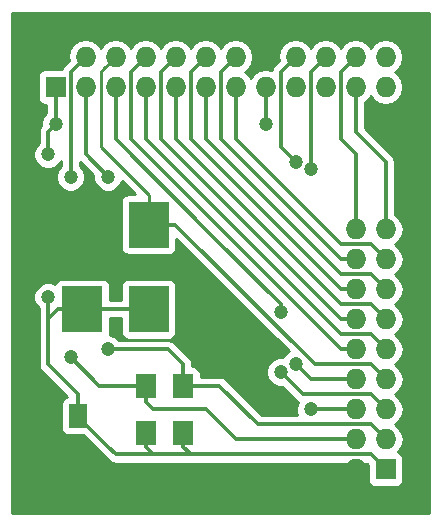
<source format=gbr>
G04 #@! TF.FileFunction,Copper,L2,Bot,Signal*
%FSLAX46Y46*%
G04 Gerber Fmt 4.6, Leading zero omitted, Abs format (unit mm)*
G04 Created by KiCad (PCBNEW (2015-03-23 BZR 5533)-product) date Mon 17 Aug 2015 16:01:52 SAST*
%MOMM*%
G01*
G04 APERTURE LIST*
%ADD10C,0.100000*%
%ADD11R,1.600000X2.000000*%
%ADD12R,1.727200X1.727200*%
%ADD13O,1.727200X1.727200*%
%ADD14R,1.700000X2.000000*%
%ADD15R,3.400000X3.860000*%
%ADD16C,1.200000*%
%ADD17C,0.300000*%
%ADD18C,0.250000*%
%ADD19C,0.254000*%
G04 APERTURE END LIST*
D10*
D11*
X83820000Y-109125000D03*
X83820000Y-113125000D03*
D12*
X81915000Y-81280000D03*
D13*
X81915000Y-78740000D03*
X84455000Y-81280000D03*
X84455000Y-78740000D03*
X86995000Y-81280000D03*
X86995000Y-78740000D03*
X89535000Y-81280000D03*
X89535000Y-78740000D03*
X92075000Y-81280000D03*
X92075000Y-78740000D03*
X94615000Y-81280000D03*
X94615000Y-78740000D03*
X97155000Y-81280000D03*
X97155000Y-78740000D03*
X99695000Y-81280000D03*
X99695000Y-78740000D03*
X102235000Y-81280000D03*
X102235000Y-78740000D03*
X104775000Y-81280000D03*
X104775000Y-78740000D03*
X107315000Y-81280000D03*
X107315000Y-78740000D03*
X109855000Y-81280000D03*
X109855000Y-78740000D03*
D12*
X109855000Y-113665000D03*
D13*
X107315000Y-113665000D03*
X109855000Y-111125000D03*
X107315000Y-111125000D03*
X109855000Y-108585000D03*
X107315000Y-108585000D03*
X109855000Y-106045000D03*
X107315000Y-106045000D03*
X109855000Y-103505000D03*
X107315000Y-103505000D03*
X109855000Y-100965000D03*
X107315000Y-100965000D03*
X109855000Y-98425000D03*
X107315000Y-98425000D03*
X109855000Y-95885000D03*
X107315000Y-95885000D03*
X109855000Y-93345000D03*
X107315000Y-93345000D03*
D14*
X92710000Y-110585000D03*
X92710000Y-106585000D03*
X89535000Y-110585000D03*
X89535000Y-106585000D03*
D15*
X84195000Y-100100000D03*
X84195000Y-92940000D03*
X89795000Y-92940000D03*
X89795000Y-100100000D03*
D16*
X99695000Y-84455000D03*
X81915000Y-84455000D03*
X81280000Y-86995000D03*
X81280000Y-99060000D03*
X86360000Y-88900000D03*
X86360000Y-103505000D03*
X83185000Y-88900000D03*
X83185000Y-104140000D03*
X100965000Y-100330000D03*
X100965000Y-105410000D03*
X102235000Y-87630000D03*
X102235000Y-104775000D03*
X103505000Y-88265000D03*
X103505000Y-108585000D03*
D17*
X83820000Y-109220000D02*
X86360000Y-111760000D01*
X87630000Y-112395000D02*
X86995000Y-112395000D01*
X87630000Y-112395000D02*
X90170000Y-112395000D01*
X86995000Y-112395000D02*
X86360000Y-111760000D01*
X83820000Y-109220000D02*
X83820000Y-109125000D01*
X87630000Y-100100000D02*
X89795000Y-100100000D01*
X84195000Y-100100000D02*
X87630000Y-100100000D01*
X87630000Y-100100000D02*
X87860000Y-100100000D01*
X88265000Y-99695000D02*
X89795000Y-100100000D01*
X82145000Y-100100000D02*
X84195000Y-100100000D01*
X81280000Y-100965000D02*
X82145000Y-100100000D01*
X90170000Y-112395000D02*
X89535000Y-111760000D01*
X89535000Y-111760000D02*
X89535000Y-110585000D01*
X94615000Y-112395000D02*
X93345000Y-112395000D01*
X92710000Y-111760000D02*
X92710000Y-110585000D01*
X93345000Y-112395000D02*
X92710000Y-111760000D01*
X81915000Y-84455000D02*
X81915000Y-81280000D01*
X109855000Y-113665000D02*
X108585000Y-112395000D01*
X108585000Y-112395000D02*
X94615000Y-112395000D01*
X94615000Y-112395000D02*
X90170000Y-112395000D01*
D18*
X83965000Y-100330000D02*
X84195000Y-100100000D01*
D17*
X99695000Y-84455000D02*
X99695000Y-81280000D01*
X81280000Y-100965000D02*
X81280000Y-99060000D01*
X81280000Y-85090000D02*
X81915000Y-84455000D01*
X81280000Y-86995000D02*
X81280000Y-85090000D01*
X83820000Y-107315000D02*
X81280000Y-104775000D01*
X81280000Y-104775000D02*
X81280000Y-103505000D01*
X81280000Y-103505000D02*
X81280000Y-102235000D01*
X81280000Y-101600000D02*
X81280000Y-100965000D01*
X81280000Y-102235000D02*
X81280000Y-101600000D01*
X83820000Y-109125000D02*
X83820000Y-107315000D01*
X81915000Y-78740000D02*
X80645000Y-78740000D01*
X80010000Y-80645000D02*
X80010000Y-95885000D01*
X80010000Y-79375000D02*
X80010000Y-80645000D01*
X80645000Y-78740000D02*
X80010000Y-79375000D01*
X81915000Y-78740000D02*
X81915000Y-77470000D01*
X99695000Y-77470000D02*
X99060000Y-76835000D01*
X99060000Y-76835000D02*
X97790000Y-76835000D01*
X99695000Y-77470000D02*
X99695000Y-78740000D01*
X82550000Y-76835000D02*
X97790000Y-76835000D01*
X81915000Y-77470000D02*
X82550000Y-76835000D01*
X80010000Y-95885000D02*
X80010000Y-93980000D01*
X80010000Y-93980000D02*
X81050000Y-92940000D01*
X81050000Y-92940000D02*
X84195000Y-92940000D01*
X83820000Y-114935000D02*
X83820000Y-113125000D01*
X106045000Y-114935000D02*
X83820000Y-114935000D01*
X83820000Y-114935000D02*
X83185000Y-114935000D01*
X80010000Y-95885000D02*
X80010000Y-113030000D01*
X80010000Y-113030000D02*
X81915000Y-114935000D01*
X81915000Y-114935000D02*
X83185000Y-114935000D01*
X106045000Y-114935000D02*
X107315000Y-113665000D01*
X109855000Y-111125000D02*
X108585000Y-109855000D01*
X95790000Y-106585000D02*
X92710000Y-106585000D01*
X99060000Y-109855000D02*
X95790000Y-106585000D01*
X108585000Y-109855000D02*
X99060000Y-109855000D01*
X84455000Y-86995000D02*
X84455000Y-81280000D01*
X84455000Y-86995000D02*
X86360000Y-88900000D01*
X92710000Y-106585000D02*
X92710000Y-104775000D01*
X91440000Y-103505000D02*
X92710000Y-104775000D01*
X86360000Y-103505000D02*
X91440000Y-103505000D01*
X107315000Y-111125000D02*
X97155000Y-111125000D01*
X89535000Y-107950000D02*
X89535000Y-106585000D01*
X90170000Y-108585000D02*
X89535000Y-107950000D01*
X94615000Y-108585000D02*
X90170000Y-108585000D01*
X97155000Y-111125000D02*
X94615000Y-108585000D01*
X85630000Y-106585000D02*
X89535000Y-106585000D01*
X83185000Y-80010000D02*
X83185000Y-88900000D01*
X84455000Y-78740000D02*
X83185000Y-80010000D01*
X85630000Y-106585000D02*
X83185000Y-104140000D01*
X95250000Y-93980000D02*
X100965000Y-99695000D01*
X95250000Y-93980000D02*
X86995000Y-85725000D01*
X86995000Y-85725000D02*
X86995000Y-81280000D01*
X100965000Y-105410000D02*
X102870000Y-107315000D01*
X100965000Y-99695000D02*
X100965000Y-100330000D01*
X108585000Y-107315000D02*
X102870000Y-107315000D01*
X109855000Y-108585000D02*
X108585000Y-107315000D01*
D18*
X85725000Y-84455000D02*
X85725000Y-86360000D01*
X86995000Y-78740000D02*
X86042500Y-79692500D01*
X85725000Y-80010000D02*
X85725000Y-84455000D01*
X86042500Y-79692500D02*
X85725000Y-80010000D01*
X89795000Y-90430000D02*
X89795000Y-92940000D01*
X85725000Y-86360000D02*
X89795000Y-90430000D01*
D17*
X103886000Y-104775000D02*
X92051000Y-92940000D01*
X92051000Y-92940000D02*
X89795000Y-92940000D01*
X109855000Y-106045000D02*
X108585000Y-104775000D01*
X108585000Y-104775000D02*
X105410000Y-104775000D01*
X105410000Y-104775000D02*
X104140000Y-104775000D01*
X104140000Y-104775000D02*
X103886000Y-104775000D01*
X89535000Y-81280000D02*
X89535000Y-85725000D01*
X108585000Y-102235000D02*
X109855000Y-103505000D01*
X106045000Y-102235000D02*
X108585000Y-102235000D01*
X89535000Y-85725000D02*
X106045000Y-102235000D01*
X107315000Y-103505000D02*
X106045000Y-103505000D01*
X88265000Y-80010000D02*
X89535000Y-78740000D01*
X88265000Y-85725000D02*
X88265000Y-80010000D01*
X106045000Y-103505000D02*
X88265000Y-85725000D01*
X92075000Y-81280000D02*
X92075000Y-85725000D01*
X108585000Y-99695000D02*
X109855000Y-100965000D01*
X106045000Y-99695000D02*
X108585000Y-99695000D01*
X92075000Y-85725000D02*
X106045000Y-99695000D01*
X107315000Y-100965000D02*
X106045000Y-100965000D01*
X90805000Y-80010000D02*
X92075000Y-78740000D01*
X90805000Y-85725000D02*
X90805000Y-80010000D01*
X106045000Y-100965000D02*
X90805000Y-85725000D01*
X94615000Y-81280000D02*
X94615000Y-85725000D01*
X108585000Y-97155000D02*
X109855000Y-98425000D01*
X106045000Y-97155000D02*
X108585000Y-97155000D01*
X94615000Y-85725000D02*
X106045000Y-97155000D01*
X107315000Y-98425000D02*
X106045000Y-98425000D01*
X93345000Y-80010000D02*
X94615000Y-78740000D01*
X93345000Y-85725000D02*
X93345000Y-80010000D01*
X106045000Y-98425000D02*
X93345000Y-85725000D01*
X97155000Y-81280000D02*
X97155000Y-85725000D01*
X108585000Y-94615000D02*
X109855000Y-95885000D01*
X106045000Y-94615000D02*
X108585000Y-94615000D01*
X97155000Y-85725000D02*
X106045000Y-94615000D01*
X107315000Y-95885000D02*
X106045000Y-95885000D01*
X95885000Y-80010000D02*
X97155000Y-78740000D01*
X95885000Y-85725000D02*
X95885000Y-80010000D01*
X106045000Y-95885000D02*
X95885000Y-85725000D01*
D18*
X107315000Y-95885000D02*
X106680000Y-95885000D01*
D17*
X104775000Y-106045000D02*
X103505000Y-106045000D01*
X102235000Y-87630000D02*
X100965000Y-86360000D01*
X100965000Y-86360000D02*
X100965000Y-80010000D01*
X100965000Y-80010000D02*
X102235000Y-78740000D01*
X107315000Y-106045000D02*
X104775000Y-106045000D01*
X103505000Y-106045000D02*
X102235000Y-104775000D01*
X103505000Y-108585000D02*
X107315000Y-108585000D01*
X103505000Y-88265000D02*
X103505000Y-80010000D01*
X104775000Y-78740000D02*
X103505000Y-80010000D01*
X109855000Y-93345000D02*
X109855000Y-87630000D01*
X107315000Y-85090000D02*
X107315000Y-81280000D01*
X109855000Y-87630000D02*
X107315000Y-85090000D01*
X107315000Y-93345000D02*
X107315000Y-86995000D01*
X106045000Y-80010000D02*
X107315000Y-78740000D01*
X106045000Y-85725000D02*
X106045000Y-80010000D01*
X107315000Y-86995000D02*
X106045000Y-85725000D01*
D19*
G36*
X113538000Y-117348000D02*
X111382959Y-117348000D01*
X111382959Y-111125000D01*
X111268885Y-110551511D01*
X110944029Y-110065330D01*
X110629248Y-109855000D01*
X110944029Y-109644670D01*
X111268885Y-109158489D01*
X111382959Y-108585000D01*
X111268885Y-108011511D01*
X110944029Y-107525330D01*
X110629248Y-107315000D01*
X110944029Y-107104670D01*
X111268885Y-106618489D01*
X111382959Y-106045000D01*
X111268885Y-105471511D01*
X110944029Y-104985330D01*
X110629248Y-104775000D01*
X110944029Y-104564670D01*
X111268885Y-104078489D01*
X111382959Y-103505000D01*
X111268885Y-102931511D01*
X110944029Y-102445330D01*
X110629248Y-102235000D01*
X110944029Y-102024670D01*
X111268885Y-101538489D01*
X111382959Y-100965000D01*
X111268885Y-100391511D01*
X110944029Y-99905330D01*
X110629248Y-99695000D01*
X110944029Y-99484670D01*
X111268885Y-98998489D01*
X111382959Y-98425000D01*
X111268885Y-97851511D01*
X110944029Y-97365330D01*
X110629248Y-97155000D01*
X110944029Y-96944670D01*
X111268885Y-96458489D01*
X111382959Y-95885000D01*
X111268885Y-95311511D01*
X110944029Y-94825330D01*
X110629248Y-94615000D01*
X110944029Y-94404670D01*
X111268885Y-93918489D01*
X111382959Y-93345000D01*
X111268885Y-92771511D01*
X110944029Y-92285330D01*
X110640000Y-92082184D01*
X110640000Y-87630000D01*
X110580245Y-87329594D01*
X110580244Y-87329593D01*
X110410079Y-87074921D01*
X108100000Y-84764842D01*
X108100000Y-82552557D01*
X108374670Y-82369029D01*
X108585000Y-82054248D01*
X108795330Y-82369029D01*
X109281511Y-82693885D01*
X109855000Y-82807959D01*
X110428489Y-82693885D01*
X110914670Y-82369029D01*
X111239526Y-81882848D01*
X111353600Y-81309359D01*
X111353600Y-81250641D01*
X111239526Y-80677152D01*
X110914670Y-80190971D01*
X110643827Y-80010000D01*
X110914670Y-79829029D01*
X111239526Y-79342848D01*
X111353600Y-78769359D01*
X111353600Y-78710641D01*
X111239526Y-78137152D01*
X110914670Y-77650971D01*
X110428489Y-77326115D01*
X109855000Y-77212041D01*
X109281511Y-77326115D01*
X108795330Y-77650971D01*
X108585000Y-77965751D01*
X108374670Y-77650971D01*
X107888489Y-77326115D01*
X107315000Y-77212041D01*
X106741511Y-77326115D01*
X106255330Y-77650971D01*
X106045000Y-77965751D01*
X105834670Y-77650971D01*
X105348489Y-77326115D01*
X104775000Y-77212041D01*
X104201511Y-77326115D01*
X103715330Y-77650971D01*
X103505000Y-77965751D01*
X103294670Y-77650971D01*
X102808489Y-77326115D01*
X102235000Y-77212041D01*
X101661511Y-77326115D01*
X101175330Y-77650971D01*
X100850474Y-78137152D01*
X100736400Y-78710641D01*
X100736400Y-78769359D01*
X100795975Y-79068866D01*
X100409921Y-79454921D01*
X100239755Y-79709593D01*
X100210899Y-79854659D01*
X99695000Y-79752041D01*
X99121511Y-79866115D01*
X98635330Y-80190971D01*
X98425000Y-80505751D01*
X98214670Y-80190971D01*
X97943827Y-80010000D01*
X98214670Y-79829029D01*
X98539526Y-79342848D01*
X98653600Y-78769359D01*
X98653600Y-78710641D01*
X98539526Y-78137152D01*
X98214670Y-77650971D01*
X97728489Y-77326115D01*
X97155000Y-77212041D01*
X96581511Y-77326115D01*
X96095330Y-77650971D01*
X95885000Y-77965751D01*
X95674670Y-77650971D01*
X95188489Y-77326115D01*
X94615000Y-77212041D01*
X94041511Y-77326115D01*
X93555330Y-77650971D01*
X93345000Y-77965751D01*
X93134670Y-77650971D01*
X92648489Y-77326115D01*
X92075000Y-77212041D01*
X91501511Y-77326115D01*
X91015330Y-77650971D01*
X90805000Y-77965751D01*
X90594670Y-77650971D01*
X90108489Y-77326115D01*
X89535000Y-77212041D01*
X88961511Y-77326115D01*
X88475330Y-77650971D01*
X88265000Y-77965751D01*
X88054670Y-77650971D01*
X87568489Y-77326115D01*
X86995000Y-77212041D01*
X86421511Y-77326115D01*
X85935330Y-77650971D01*
X85725000Y-77965751D01*
X85514670Y-77650971D01*
X85028489Y-77326115D01*
X84455000Y-77212041D01*
X83881511Y-77326115D01*
X83395330Y-77650971D01*
X83070474Y-78137152D01*
X82956400Y-78710641D01*
X82956400Y-78769359D01*
X83015975Y-79068866D01*
X82629921Y-79454921D01*
X82459755Y-79709593D01*
X82447946Y-79768960D01*
X81051400Y-79768960D01*
X80809277Y-79815937D01*
X80596473Y-79955727D01*
X80454023Y-80166760D01*
X80403960Y-80416400D01*
X80403960Y-82143600D01*
X80450937Y-82385723D01*
X80590727Y-82598527D01*
X80801760Y-82740977D01*
X81051400Y-82791040D01*
X81130000Y-82791040D01*
X81130000Y-83493600D01*
X80868629Y-83754515D01*
X80680215Y-84208266D01*
X80679870Y-84602343D01*
X80554755Y-84789593D01*
X80495000Y-85090000D01*
X80495000Y-86033600D01*
X80233629Y-86294515D01*
X80045215Y-86748266D01*
X80044786Y-87239579D01*
X80232408Y-87693657D01*
X80579515Y-88041371D01*
X81033266Y-88229785D01*
X81524579Y-88230214D01*
X81978657Y-88042592D01*
X82326371Y-87695485D01*
X82400000Y-87518166D01*
X82400000Y-87938600D01*
X82138629Y-88199515D01*
X81950215Y-88653266D01*
X81949786Y-89144579D01*
X82137408Y-89598657D01*
X82484515Y-89946371D01*
X82938266Y-90134785D01*
X83429579Y-90135214D01*
X83883657Y-89947592D01*
X84231371Y-89600485D01*
X84419785Y-89146734D01*
X84420214Y-88655421D01*
X84232592Y-88201343D01*
X83970000Y-87938291D01*
X83970000Y-87620158D01*
X85125108Y-88775266D01*
X85124786Y-89144579D01*
X85312408Y-89598657D01*
X85659515Y-89946371D01*
X86113266Y-90134785D01*
X86604579Y-90135214D01*
X87058657Y-89947592D01*
X87406371Y-89600485D01*
X87548470Y-89258272D01*
X88652758Y-90362560D01*
X88095000Y-90362560D01*
X87852877Y-90409537D01*
X87640073Y-90549327D01*
X87497623Y-90760360D01*
X87447560Y-91010000D01*
X87447560Y-94870000D01*
X87494537Y-95112123D01*
X87634327Y-95324927D01*
X87845360Y-95467377D01*
X88095000Y-95517440D01*
X91495000Y-95517440D01*
X91737123Y-95470463D01*
X91949927Y-95330673D01*
X92092377Y-95119640D01*
X92142440Y-94870000D01*
X92142440Y-94141597D01*
X101672140Y-103671297D01*
X101536343Y-103727408D01*
X101188629Y-104074515D01*
X101146838Y-104175158D01*
X100720421Y-104174786D01*
X100266343Y-104362408D01*
X99918629Y-104709515D01*
X99730215Y-105163266D01*
X99729786Y-105654579D01*
X99917408Y-106108657D01*
X100264515Y-106456371D01*
X100718266Y-106644785D01*
X101089951Y-106645109D01*
X102314921Y-107870079D01*
X102432109Y-107948381D01*
X102270215Y-108338266D01*
X102269786Y-108829579D01*
X102369126Y-109070000D01*
X99385157Y-109070000D01*
X96345079Y-106029921D01*
X96090407Y-105859755D01*
X95790000Y-105800000D01*
X94207440Y-105800000D01*
X94207440Y-105585000D01*
X94160463Y-105342877D01*
X94020673Y-105130073D01*
X93809640Y-104987623D01*
X93560000Y-104937560D01*
X93495000Y-104937560D01*
X93495000Y-104775000D01*
X93435245Y-104474594D01*
X93435245Y-104474593D01*
X93265079Y-104219921D01*
X91995079Y-102949921D01*
X91740407Y-102779755D01*
X91440000Y-102720000D01*
X87321399Y-102720000D01*
X87060485Y-102458629D01*
X86606734Y-102270215D01*
X86494286Y-102270116D01*
X86542440Y-102030000D01*
X86542440Y-100885000D01*
X87447560Y-100885000D01*
X87447560Y-102030000D01*
X87494537Y-102272123D01*
X87634327Y-102484927D01*
X87845360Y-102627377D01*
X88095000Y-102677440D01*
X91495000Y-102677440D01*
X91737123Y-102630463D01*
X91949927Y-102490673D01*
X92092377Y-102279640D01*
X92142440Y-102030000D01*
X92142440Y-98170000D01*
X92095463Y-97927877D01*
X91955673Y-97715073D01*
X91744640Y-97572623D01*
X91495000Y-97522560D01*
X88095000Y-97522560D01*
X87852877Y-97569537D01*
X87640073Y-97709327D01*
X87497623Y-97920360D01*
X87447560Y-98170000D01*
X87447560Y-99315000D01*
X86542440Y-99315000D01*
X86542440Y-98170000D01*
X86495463Y-97927877D01*
X86355673Y-97715073D01*
X86144640Y-97572623D01*
X85895000Y-97522560D01*
X82495000Y-97522560D01*
X82252877Y-97569537D01*
X82040073Y-97709327D01*
X81897623Y-97920360D01*
X81886726Y-97974696D01*
X81526734Y-97825215D01*
X81035421Y-97824786D01*
X80581343Y-98012408D01*
X80233629Y-98359515D01*
X80045215Y-98813266D01*
X80044786Y-99304579D01*
X80232408Y-99758657D01*
X80495000Y-100021708D01*
X80495000Y-100965000D01*
X80495000Y-101600000D01*
X80495000Y-102235000D01*
X80495000Y-103505000D01*
X80495000Y-104775000D01*
X80554755Y-105075407D01*
X80724921Y-105330079D01*
X82896385Y-107501543D01*
X82777877Y-107524537D01*
X82565073Y-107664327D01*
X82422623Y-107875360D01*
X82372560Y-108125000D01*
X82372560Y-110125000D01*
X82419537Y-110367123D01*
X82559327Y-110579927D01*
X82770360Y-110722377D01*
X83020000Y-110772440D01*
X84262282Y-110772440D01*
X85804921Y-112315079D01*
X86439921Y-112950079D01*
X86694594Y-113120245D01*
X86995000Y-113180001D01*
X86995000Y-113180000D01*
X86995005Y-113180000D01*
X87630000Y-113180000D01*
X90169994Y-113180000D01*
X90170000Y-113180001D01*
X90170000Y-113180000D01*
X90170005Y-113180000D01*
X93344994Y-113180000D01*
X93345000Y-113180001D01*
X93345000Y-113180000D01*
X93345005Y-113180000D01*
X94615000Y-113180000D01*
X108259842Y-113180000D01*
X108343960Y-113264118D01*
X108343960Y-114528600D01*
X108390937Y-114770723D01*
X108530727Y-114983527D01*
X108741760Y-115125977D01*
X108991400Y-115176040D01*
X110718600Y-115176040D01*
X110960723Y-115129063D01*
X111173527Y-114989273D01*
X111315977Y-114778240D01*
X111366040Y-114528600D01*
X111366040Y-112801400D01*
X111319063Y-112559277D01*
X111179273Y-112346473D01*
X110968240Y-112204023D01*
X110927340Y-112195820D01*
X110944029Y-112184670D01*
X111268885Y-111698489D01*
X111382959Y-111125000D01*
X111382959Y-117348000D01*
X78232000Y-117348000D01*
X78232000Y-75057000D01*
X113538000Y-75057000D01*
X113538000Y-117348000D01*
X113538000Y-117348000D01*
G37*
X113538000Y-117348000D02*
X111382959Y-117348000D01*
X111382959Y-111125000D01*
X111268885Y-110551511D01*
X110944029Y-110065330D01*
X110629248Y-109855000D01*
X110944029Y-109644670D01*
X111268885Y-109158489D01*
X111382959Y-108585000D01*
X111268885Y-108011511D01*
X110944029Y-107525330D01*
X110629248Y-107315000D01*
X110944029Y-107104670D01*
X111268885Y-106618489D01*
X111382959Y-106045000D01*
X111268885Y-105471511D01*
X110944029Y-104985330D01*
X110629248Y-104775000D01*
X110944029Y-104564670D01*
X111268885Y-104078489D01*
X111382959Y-103505000D01*
X111268885Y-102931511D01*
X110944029Y-102445330D01*
X110629248Y-102235000D01*
X110944029Y-102024670D01*
X111268885Y-101538489D01*
X111382959Y-100965000D01*
X111268885Y-100391511D01*
X110944029Y-99905330D01*
X110629248Y-99695000D01*
X110944029Y-99484670D01*
X111268885Y-98998489D01*
X111382959Y-98425000D01*
X111268885Y-97851511D01*
X110944029Y-97365330D01*
X110629248Y-97155000D01*
X110944029Y-96944670D01*
X111268885Y-96458489D01*
X111382959Y-95885000D01*
X111268885Y-95311511D01*
X110944029Y-94825330D01*
X110629248Y-94615000D01*
X110944029Y-94404670D01*
X111268885Y-93918489D01*
X111382959Y-93345000D01*
X111268885Y-92771511D01*
X110944029Y-92285330D01*
X110640000Y-92082184D01*
X110640000Y-87630000D01*
X110580245Y-87329594D01*
X110580244Y-87329593D01*
X110410079Y-87074921D01*
X108100000Y-84764842D01*
X108100000Y-82552557D01*
X108374670Y-82369029D01*
X108585000Y-82054248D01*
X108795330Y-82369029D01*
X109281511Y-82693885D01*
X109855000Y-82807959D01*
X110428489Y-82693885D01*
X110914670Y-82369029D01*
X111239526Y-81882848D01*
X111353600Y-81309359D01*
X111353600Y-81250641D01*
X111239526Y-80677152D01*
X110914670Y-80190971D01*
X110643827Y-80010000D01*
X110914670Y-79829029D01*
X111239526Y-79342848D01*
X111353600Y-78769359D01*
X111353600Y-78710641D01*
X111239526Y-78137152D01*
X110914670Y-77650971D01*
X110428489Y-77326115D01*
X109855000Y-77212041D01*
X109281511Y-77326115D01*
X108795330Y-77650971D01*
X108585000Y-77965751D01*
X108374670Y-77650971D01*
X107888489Y-77326115D01*
X107315000Y-77212041D01*
X106741511Y-77326115D01*
X106255330Y-77650971D01*
X106045000Y-77965751D01*
X105834670Y-77650971D01*
X105348489Y-77326115D01*
X104775000Y-77212041D01*
X104201511Y-77326115D01*
X103715330Y-77650971D01*
X103505000Y-77965751D01*
X103294670Y-77650971D01*
X102808489Y-77326115D01*
X102235000Y-77212041D01*
X101661511Y-77326115D01*
X101175330Y-77650971D01*
X100850474Y-78137152D01*
X100736400Y-78710641D01*
X100736400Y-78769359D01*
X100795975Y-79068866D01*
X100409921Y-79454921D01*
X100239755Y-79709593D01*
X100210899Y-79854659D01*
X99695000Y-79752041D01*
X99121511Y-79866115D01*
X98635330Y-80190971D01*
X98425000Y-80505751D01*
X98214670Y-80190971D01*
X97943827Y-80010000D01*
X98214670Y-79829029D01*
X98539526Y-79342848D01*
X98653600Y-78769359D01*
X98653600Y-78710641D01*
X98539526Y-78137152D01*
X98214670Y-77650971D01*
X97728489Y-77326115D01*
X97155000Y-77212041D01*
X96581511Y-77326115D01*
X96095330Y-77650971D01*
X95885000Y-77965751D01*
X95674670Y-77650971D01*
X95188489Y-77326115D01*
X94615000Y-77212041D01*
X94041511Y-77326115D01*
X93555330Y-77650971D01*
X93345000Y-77965751D01*
X93134670Y-77650971D01*
X92648489Y-77326115D01*
X92075000Y-77212041D01*
X91501511Y-77326115D01*
X91015330Y-77650971D01*
X90805000Y-77965751D01*
X90594670Y-77650971D01*
X90108489Y-77326115D01*
X89535000Y-77212041D01*
X88961511Y-77326115D01*
X88475330Y-77650971D01*
X88265000Y-77965751D01*
X88054670Y-77650971D01*
X87568489Y-77326115D01*
X86995000Y-77212041D01*
X86421511Y-77326115D01*
X85935330Y-77650971D01*
X85725000Y-77965751D01*
X85514670Y-77650971D01*
X85028489Y-77326115D01*
X84455000Y-77212041D01*
X83881511Y-77326115D01*
X83395330Y-77650971D01*
X83070474Y-78137152D01*
X82956400Y-78710641D01*
X82956400Y-78769359D01*
X83015975Y-79068866D01*
X82629921Y-79454921D01*
X82459755Y-79709593D01*
X82447946Y-79768960D01*
X81051400Y-79768960D01*
X80809277Y-79815937D01*
X80596473Y-79955727D01*
X80454023Y-80166760D01*
X80403960Y-80416400D01*
X80403960Y-82143600D01*
X80450937Y-82385723D01*
X80590727Y-82598527D01*
X80801760Y-82740977D01*
X81051400Y-82791040D01*
X81130000Y-82791040D01*
X81130000Y-83493600D01*
X80868629Y-83754515D01*
X80680215Y-84208266D01*
X80679870Y-84602343D01*
X80554755Y-84789593D01*
X80495000Y-85090000D01*
X80495000Y-86033600D01*
X80233629Y-86294515D01*
X80045215Y-86748266D01*
X80044786Y-87239579D01*
X80232408Y-87693657D01*
X80579515Y-88041371D01*
X81033266Y-88229785D01*
X81524579Y-88230214D01*
X81978657Y-88042592D01*
X82326371Y-87695485D01*
X82400000Y-87518166D01*
X82400000Y-87938600D01*
X82138629Y-88199515D01*
X81950215Y-88653266D01*
X81949786Y-89144579D01*
X82137408Y-89598657D01*
X82484515Y-89946371D01*
X82938266Y-90134785D01*
X83429579Y-90135214D01*
X83883657Y-89947592D01*
X84231371Y-89600485D01*
X84419785Y-89146734D01*
X84420214Y-88655421D01*
X84232592Y-88201343D01*
X83970000Y-87938291D01*
X83970000Y-87620158D01*
X85125108Y-88775266D01*
X85124786Y-89144579D01*
X85312408Y-89598657D01*
X85659515Y-89946371D01*
X86113266Y-90134785D01*
X86604579Y-90135214D01*
X87058657Y-89947592D01*
X87406371Y-89600485D01*
X87548470Y-89258272D01*
X88652758Y-90362560D01*
X88095000Y-90362560D01*
X87852877Y-90409537D01*
X87640073Y-90549327D01*
X87497623Y-90760360D01*
X87447560Y-91010000D01*
X87447560Y-94870000D01*
X87494537Y-95112123D01*
X87634327Y-95324927D01*
X87845360Y-95467377D01*
X88095000Y-95517440D01*
X91495000Y-95517440D01*
X91737123Y-95470463D01*
X91949927Y-95330673D01*
X92092377Y-95119640D01*
X92142440Y-94870000D01*
X92142440Y-94141597D01*
X101672140Y-103671297D01*
X101536343Y-103727408D01*
X101188629Y-104074515D01*
X101146838Y-104175158D01*
X100720421Y-104174786D01*
X100266343Y-104362408D01*
X99918629Y-104709515D01*
X99730215Y-105163266D01*
X99729786Y-105654579D01*
X99917408Y-106108657D01*
X100264515Y-106456371D01*
X100718266Y-106644785D01*
X101089951Y-106645109D01*
X102314921Y-107870079D01*
X102432109Y-107948381D01*
X102270215Y-108338266D01*
X102269786Y-108829579D01*
X102369126Y-109070000D01*
X99385157Y-109070000D01*
X96345079Y-106029921D01*
X96090407Y-105859755D01*
X95790000Y-105800000D01*
X94207440Y-105800000D01*
X94207440Y-105585000D01*
X94160463Y-105342877D01*
X94020673Y-105130073D01*
X93809640Y-104987623D01*
X93560000Y-104937560D01*
X93495000Y-104937560D01*
X93495000Y-104775000D01*
X93435245Y-104474594D01*
X93435245Y-104474593D01*
X93265079Y-104219921D01*
X91995079Y-102949921D01*
X91740407Y-102779755D01*
X91440000Y-102720000D01*
X87321399Y-102720000D01*
X87060485Y-102458629D01*
X86606734Y-102270215D01*
X86494286Y-102270116D01*
X86542440Y-102030000D01*
X86542440Y-100885000D01*
X87447560Y-100885000D01*
X87447560Y-102030000D01*
X87494537Y-102272123D01*
X87634327Y-102484927D01*
X87845360Y-102627377D01*
X88095000Y-102677440D01*
X91495000Y-102677440D01*
X91737123Y-102630463D01*
X91949927Y-102490673D01*
X92092377Y-102279640D01*
X92142440Y-102030000D01*
X92142440Y-98170000D01*
X92095463Y-97927877D01*
X91955673Y-97715073D01*
X91744640Y-97572623D01*
X91495000Y-97522560D01*
X88095000Y-97522560D01*
X87852877Y-97569537D01*
X87640073Y-97709327D01*
X87497623Y-97920360D01*
X87447560Y-98170000D01*
X87447560Y-99315000D01*
X86542440Y-99315000D01*
X86542440Y-98170000D01*
X86495463Y-97927877D01*
X86355673Y-97715073D01*
X86144640Y-97572623D01*
X85895000Y-97522560D01*
X82495000Y-97522560D01*
X82252877Y-97569537D01*
X82040073Y-97709327D01*
X81897623Y-97920360D01*
X81886726Y-97974696D01*
X81526734Y-97825215D01*
X81035421Y-97824786D01*
X80581343Y-98012408D01*
X80233629Y-98359515D01*
X80045215Y-98813266D01*
X80044786Y-99304579D01*
X80232408Y-99758657D01*
X80495000Y-100021708D01*
X80495000Y-100965000D01*
X80495000Y-101600000D01*
X80495000Y-102235000D01*
X80495000Y-103505000D01*
X80495000Y-104775000D01*
X80554755Y-105075407D01*
X80724921Y-105330079D01*
X82896385Y-107501543D01*
X82777877Y-107524537D01*
X82565073Y-107664327D01*
X82422623Y-107875360D01*
X82372560Y-108125000D01*
X82372560Y-110125000D01*
X82419537Y-110367123D01*
X82559327Y-110579927D01*
X82770360Y-110722377D01*
X83020000Y-110772440D01*
X84262282Y-110772440D01*
X85804921Y-112315079D01*
X86439921Y-112950079D01*
X86694594Y-113120245D01*
X86995000Y-113180001D01*
X86995000Y-113180000D01*
X86995005Y-113180000D01*
X87630000Y-113180000D01*
X90169994Y-113180000D01*
X90170000Y-113180001D01*
X90170000Y-113180000D01*
X90170005Y-113180000D01*
X93344994Y-113180000D01*
X93345000Y-113180001D01*
X93345000Y-113180000D01*
X93345005Y-113180000D01*
X94615000Y-113180000D01*
X108259842Y-113180000D01*
X108343960Y-113264118D01*
X108343960Y-114528600D01*
X108390937Y-114770723D01*
X108530727Y-114983527D01*
X108741760Y-115125977D01*
X108991400Y-115176040D01*
X110718600Y-115176040D01*
X110960723Y-115129063D01*
X111173527Y-114989273D01*
X111315977Y-114778240D01*
X111366040Y-114528600D01*
X111366040Y-112801400D01*
X111319063Y-112559277D01*
X111179273Y-112346473D01*
X110968240Y-112204023D01*
X110927340Y-112195820D01*
X110944029Y-112184670D01*
X111268885Y-111698489D01*
X111382959Y-111125000D01*
X111382959Y-117348000D01*
X78232000Y-117348000D01*
X78232000Y-75057000D01*
X113538000Y-75057000D01*
X113538000Y-117348000D01*
M02*

</source>
